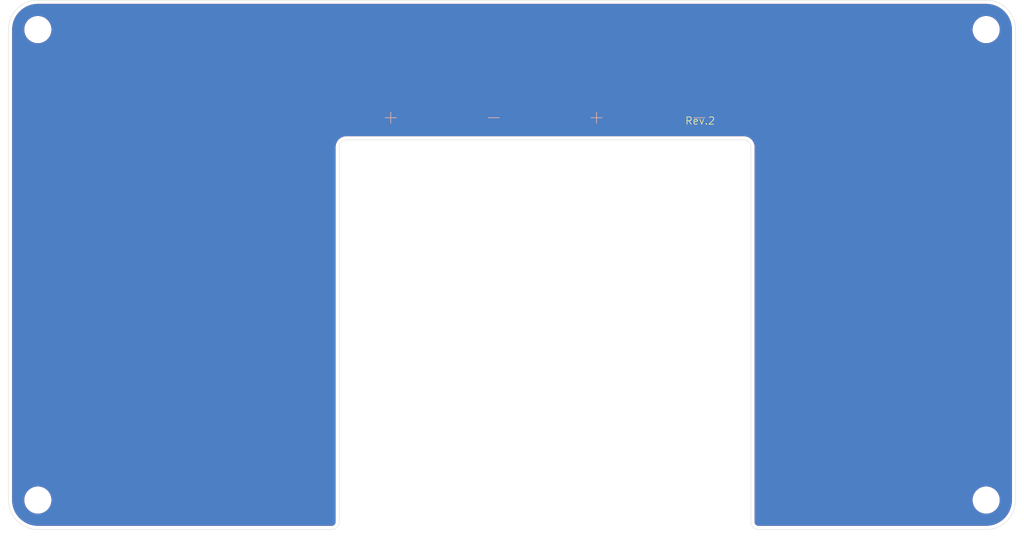
<source format=kicad_pcb>
(kicad_pcb (version 20240108) (generator "pcbnew") (generator_version "8.0")
  (layers (0 "F.Cu" signal) (31 "B.Cu" signal) (34 "B.Paste" user) (35 "F.Paste" user) (36 "B.SilkS" user "B.Silkscreen") (37 "F.SilkS" user "F.Silkscreen") (38 "B.Mask" user) (39 "F.Mask" user) (44 "Edge.Cuts" user))
  (net 0 "")
  (footprint "MountingHole:MountingHole_3.2mm_M3" (layer "F.Cu") (at 203 128)
    (property "Reference" "H3" (hide yes))
    (property "Value" "MountingHole")
    (pad "" np_thru_hole circle (at 0 0) (size 3.2 3.2) (drill 3.2) (layers "*.Cu" "*.Mask"))
  )
  (footprint "MountingHole:MountingHole_3.2mm_M3" (layer "F.Cu") (at 203 64)
    (property "Reference" "H2" (hide yes))
    (property "Value" "MountingHole")
    (pad "" np_thru_hole circle (at 0 0) (size 3.2 3.2) (drill 3.2) (layers "*.Cu" "*.Mask"))
  )
  (footprint "MountingHole:MountingHole_3.2mm_M3" (layer "F.Cu") (at 74 128)
    (property "Reference" "H4" (hide yes))
    (property "Value" "MountingHole")
    (pad "" np_thru_hole circle (at 0 0) (size 3.2 3.2) (drill 3.2) (layers "*.Cu" "*.Mask"))
  )
  (footprint "MountingHole:MountingHole_3.2mm_M3" (layer "F.Cu") (at 74 64)
    (property "Reference" "H1" (hide yes))
    (property "Value" "MountingHole")
    (pad "" np_thru_hole circle (at 0 0) (size 3.2 3.2) (drill 3.2) (layers "*.Cu" "*.Mask"))
  )
  (gr_arc (start 172 132) (mid 171.292893 131.707107) (end 171 131) (stroke (width 0.05)) (layer "Edge.Cuts"))
  (gr_line (start 70 64) (end 70 128) (stroke (width 0.05)) (layer "Edge.Cuts"))
  (gr_arc (start 115 131) (mid 114.707107 131.707107) (end 114 132) (stroke (width 0.05)) (layer "Edge.Cuts"))
  (gr_line (start 171 80) (end 171 131) (stroke (width 0.05)) (layer "Edge.Cuts"))
  (gr_arc (start 115 80) (mid 115.292893 79.292893) (end 116 79) (stroke (width 0.05)) (layer "Edge.Cuts"))
  (gr_line (start 74 132) (end 114 132) (stroke (width 0.05)) (layer "Edge.Cuts"))
  (gr_arc (start 203 60) (mid 205.828427 61.171573) (end 207 64) (stroke (width 0.05)) (layer "Edge.Cuts"))
  (gr_line (start 116 79) (end 170 79) (stroke (width 0.05)) (layer "Edge.Cuts"))
  (gr_line (start 207 128) (end 207 64) (stroke (width 0.05)) (layer "Edge.Cuts"))
  (gr_line (start 203 60) (end 74 60) (stroke (width 0.05)) (layer "Edge.Cuts"))
  (gr_line (start 172 132) (end 203 132) (stroke (width 0.05)) (layer "Edge.Cuts"))
  (gr_arc (start 74 132) (mid 71.171573 130.828427) (end 70 128) (stroke (width 0.05)) (layer "Edge.Cuts"))
  (gr_arc (start 207 128) (mid 205.828427 130.828427) (end 203 132) (stroke (width 0.05)) (layer "Edge.Cuts"))
  (gr_arc (start 70 64) (mid 71.171573 61.171573) (end 74 60) (stroke (width 0.05)) (layer "Edge.Cuts"))
  (gr_arc (start 170 79) (mid 170.707107 79.292893) (end 171 80) (stroke (width 0.05)) (layer "Edge.Cuts"))
  (gr_line (start 115 131) (end 115 80) (stroke (width 0.05)) (layer "Edge.Cuts"))
  (gr_text "+" (at 122 77 0) (layer "B.SilkS") (effects (font (size 2 2) (thickness 0.1)) (justify bottom mirror)))
  (gr_text "+" (at 150 77 0) (layer "B.SilkS") (effects (font (size 2 2) (thickness 0.1)) (justify bottom mirror)))
  (gr_text "-" (at 136 77 0) (layer "B.SilkS") (effects (font (size 2 2) (thickness 0.1)) (justify bottom mirror)))
  (gr_text "-" (at 164 77 0) (layer "B.SilkS") (effects (font (size 2 2) (thickness 0.1)) (justify bottom mirror)))
  (gr_text "Rev.2" (at 162 77 0) (layer "F.SilkS") (effects (font (size 1 1) (thickness 0.1)) (justify left bottom)))
  (zone (net 0) (net_name "") (layers "F&B.Cu") (connect_pads (clearance 0.5)) (min_thickness 0.25) (fill yes (thermal_gap 0.5) (thermal_bridge_width 0.5) (island_removal_mode 1) (island_area_min 10))
    (polygon (pts (xy 70 60) (xy 207 60) (xy 207 132) (xy 70 132)))
  )
)
</source>
